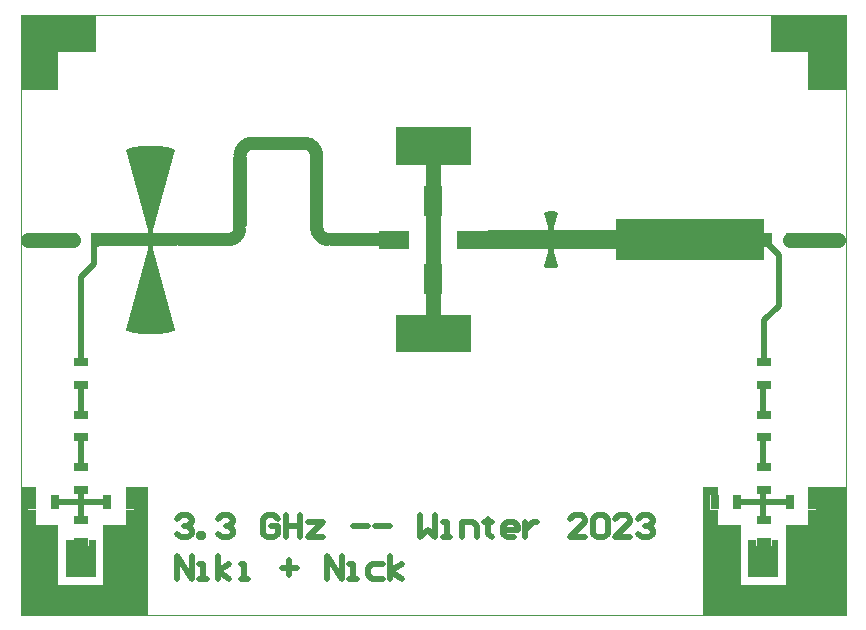
<source format=gbr>
G04*
G04 #@! TF.GenerationSoftware,Altium Limited,Altium Designer,22.3.1 (43)*
G04*
G04 Layer_Physical_Order=1*
G04 Layer_Color=255*
%FSLAX44Y44*%
%MOMM*%
G71*
G04*
G04 #@! TF.SameCoordinates,2F88F96E-28FF-4886-B69B-D62DDFC80D9E*
G04*
G04*
G04 #@! TF.FilePolarity,Positive*
G04*
G01*
G75*
%ADD10R,1.3000X0.7000*%
%ADD11R,1.5240X2.5400*%
%ADD12R,2.5400X1.5240*%
%ADD13R,0.7000X1.3000*%
%ADD14C,0.0254*%
%ADD15C,1.2700*%
%ADD16C,0.5080*%
G36*
X698363Y444500D02*
X666750D01*
Y476250D01*
X635000D01*
Y507863D01*
X698363D01*
Y444500D01*
D02*
G37*
G36*
X63500Y476250D02*
X31750D01*
Y444500D01*
X137D01*
Y507863D01*
X63500D01*
Y476250D01*
D02*
G37*
G36*
X241035Y404981D02*
X242267Y404819D01*
X242464Y404794D01*
X242465Y404794D01*
X242467Y404793D01*
X242470Y404793D01*
X242470Y404793D01*
X242470Y404793D01*
X243876Y404481D01*
X243879Y404480D01*
X243881Y404480D01*
X243881Y404480D01*
X245254Y404047D01*
X245255Y404047D01*
X245256Y404046D01*
X245259Y404045D01*
X245260Y404045D01*
X245260Y404045D01*
X246592Y403493D01*
X246593Y403492D01*
X246596Y403491D01*
X246596Y403491D01*
X247873Y402826D01*
X247875Y402826D01*
X247876Y402825D01*
X247877Y402824D01*
X247878Y402824D01*
X247878Y402824D01*
X249092Y402050D01*
X249093Y402049D01*
X249096Y402047D01*
X249097Y402047D01*
X249097Y402047D01*
X250239Y401170D01*
X250239Y401170D01*
X250243Y401167D01*
X250437Y400989D01*
X251307Y400191D01*
X251308Y400190D01*
X251308Y400191D01*
X251427Y400061D01*
X252282Y399127D01*
X252739Y398531D01*
X253164Y397978D01*
X253164Y397978D01*
X253164Y397977D01*
X253939Y396762D01*
X253939Y396760D01*
X253941Y396758D01*
X253941Y396758D01*
X254064Y396521D01*
X254608Y395477D01*
X254608Y395476D01*
X254608Y395476D01*
X254712Y395225D01*
X255161Y394141D01*
X255161D01*
X255214Y393973D01*
X255594Y392766D01*
X255765Y391993D01*
X255907Y391353D01*
X255962Y390937D01*
X256096Y389916D01*
Y389916D01*
X256096Y389916D01*
X256159Y388481D01*
X256159Y388478D01*
Y388478D01*
X256159Y388477D01*
X256159Y388477D01*
X256159Y328484D01*
X256159Y328483D01*
X256158Y328483D01*
X256159Y328480D01*
X256159Y328477D01*
X256226Y327709D01*
X256242Y327534D01*
X256310Y327280D01*
X256487Y326619D01*
X256887Y325761D01*
X257430Y324986D01*
X258100Y324316D01*
X258875Y323773D01*
X259734Y323373D01*
X260459Y323178D01*
X260648Y323128D01*
X261042Y323069D01*
X261659Y322977D01*
X261659Y321804D01*
X261659Y313178D01*
X261658Y313172D01*
X260395Y311963D01*
X260392Y311963D01*
X260146Y311973D01*
X260146Y311973D01*
X258718Y312161D01*
X258717Y312162D01*
X257561Y312418D01*
X257307Y312474D01*
X257304Y312474D01*
X257302Y312475D01*
X255927Y312909D01*
X255355Y313146D01*
X254587Y313464D01*
X254587Y313464D01*
X254350Y313587D01*
X253305Y314131D01*
X253305Y314131D01*
X252091Y314905D01*
X252088Y314907D01*
X252087Y314907D01*
X250944Y315784D01*
X250431Y316254D01*
X249875Y316765D01*
D01*
X248902Y317826D01*
X248900Y317828D01*
X248899Y317829D01*
X248023Y318971D01*
X248021Y318974D01*
X248019Y318976D01*
X248019Y318977D01*
X248019Y318977D01*
X247245Y320192D01*
X247243Y320194D01*
X247243Y320196D01*
X246578Y321473D01*
X246577Y321474D01*
X246577Y321475D01*
X246576Y321478D01*
X246024Y322809D01*
X246024Y322811D01*
X246022Y322815D01*
X245918Y323144D01*
X245588Y324192D01*
X245588D01*
X245276Y325599D01*
X245191Y326242D01*
X245088Y327033D01*
X245033Y328276D01*
X245024Y328476D01*
Y328477D01*
X245024Y328477D01*
Y387202D01*
X245025Y388471D01*
X245024Y388477D01*
X245024D01*
X245023Y388483D01*
X244941Y389421D01*
X244863Y389713D01*
X244696Y390335D01*
X244296Y391194D01*
X243753Y391969D01*
X243083Y392639D01*
X242308Y393182D01*
X241450Y393582D01*
X240535Y393827D01*
X239573Y393912D01*
X239550Y393923D01*
X239533Y393941D01*
X239524Y393965D01*
X239524Y393977D01*
Y393977D01*
X197872D01*
X196659Y395121D01*
D01*
X196604Y394033D01*
X195648Y393827D01*
X195648Y393827D01*
X195355Y393749D01*
X194734Y393582D01*
X193875Y393182D01*
X193100Y392639D01*
X192430Y391969D01*
X191887Y391194D01*
X191487Y390335D01*
X191321Y389717D01*
X191242Y389421D01*
X191242Y389421D01*
X191038Y388484D01*
X189896Y388545D01*
X191037Y388479D01*
X191159Y387355D01*
X191159Y387202D01*
X191159Y329641D01*
X191157Y329620D01*
X190567Y328844D01*
X189889Y328477D01*
X189758Y328477D01*
X190173D01*
X191051Y327560D01*
X191029Y327039D01*
X190841Y325612D01*
X190529Y324207D01*
X190096Y322834D01*
X189546Y321504D01*
X188881Y320227D01*
X188107Y319013D01*
X187231Y317871D01*
X186259Y316810D01*
X185198Y315838D01*
X184056Y314961D01*
X182841Y314188D01*
X181565Y313523D01*
X180235Y312973D01*
X178862Y312540D01*
X177457Y312228D01*
X176030Y312040D01*
X175509Y312017D01*
X174592Y312896D01*
Y322977D01*
X175547Y323061D01*
X176473Y323309D01*
X177341Y323714D01*
X178127Y324264D01*
X178805Y324942D01*
X179355Y325727D01*
X179760Y326596D01*
X180008Y327522D01*
X180091Y328477D01*
X181275D01*
X180091Y328483D01*
X180024Y329686D01*
Y387314D01*
X180162Y388545D01*
X181298D01*
X180081Y389781D01*
X180087Y389918D01*
X180087Y389922D01*
X180088Y389924D01*
X180088Y389924D01*
X180275Y391350D01*
X180276Y391355D01*
X180277Y391357D01*
X180277Y391357D01*
X180588Y392761D01*
X180589Y392766D01*
X180590Y392768D01*
X180590Y392768D01*
X181022Y394141D01*
X181024Y394144D01*
X181024Y394146D01*
X181024Y394146D01*
X181575Y395475D01*
X181576Y395478D01*
X181577Y395481D01*
X181578Y395482D01*
X182243Y396759D01*
X182243Y396760D01*
X182244Y396762D01*
X182245Y396763D01*
X182245Y396763D01*
X183019Y397978D01*
X183020Y397979D01*
X183022Y397982D01*
X183899Y399126D01*
X183902Y399128D01*
X183902Y399129D01*
Y399129D01*
X184874Y400190D01*
X184876Y400192D01*
X184877Y400193D01*
X184879Y400194D01*
Y400194D01*
X185940Y401166D01*
X185941Y401168D01*
X185944Y401170D01*
X187085Y402046D01*
X187088Y402048D01*
X187089Y402049D01*
X187091Y402050D01*
X188305Y402823D01*
X188307Y402825D01*
X188309Y402825D01*
X188310Y402826D01*
X188310Y402826D01*
X189588Y403492D01*
X189590Y403493D01*
X189592Y403494D01*
X189592Y403494D01*
X190922Y404044D01*
X190926Y404046D01*
X190928Y404046D01*
X190928Y404047D01*
X192300Y404479D01*
X192302Y404480D01*
X192304Y404480D01*
X192306Y404481D01*
X192306Y404481D01*
X193711Y404792D01*
X193713Y404793D01*
X193715Y404793D01*
X193717Y404793D01*
X193717Y404793D01*
X195144Y404981D01*
X195144Y404981D01*
X195146Y404981D01*
X195148Y404982D01*
X195150Y404982D01*
X196143Y404289D01*
X196659Y403783D01*
X196659Y403779D01*
Y403779D01*
X196660Y403790D01*
X196931Y404977D01*
X239261D01*
X239522Y403794D01*
X239524Y403777D01*
Y403777D01*
X239524Y403783D01*
X240788Y404992D01*
X240791Y404992D01*
X241035Y404981D01*
D02*
G37*
G36*
X381000Y381000D02*
X355600D01*
Y363220D01*
X342900D01*
Y381000D01*
X317500D01*
Y412750D01*
X381000D01*
Y381000D01*
D02*
G37*
G36*
X303530Y311941D02*
X261713D01*
X261688Y311951D01*
X261669Y311970D01*
X261659Y311995D01*
Y321810D01*
X261725Y322953D01*
X262888Y323075D01*
X262979Y323076D01*
X303530D01*
Y311941D01*
D02*
G37*
G36*
X174586Y322978D02*
X174592Y321796D01*
Y312896D01*
X173790Y311910D01*
X133873D01*
X132659Y313180D01*
Y322910D01*
X133841Y323045D01*
X173382D01*
X174586Y322978D01*
D02*
G37*
G36*
X116901Y396839D02*
X123907Y395917D01*
X129909Y394586D01*
X130568Y393500D01*
X112341Y325477D01*
Y321803D01*
X112409Y323045D01*
X131445D01*
X132659Y322910D01*
Y312045D01*
X131445Y311910D01*
X112409D01*
X112341Y313152D01*
Y309477D01*
X130568Y241455D01*
X129909Y240369D01*
X123907Y239038D01*
X116901Y238116D01*
X109841Y237808D01*
X102782Y238116D01*
X95776Y239038D01*
X89774Y240369D01*
X89115Y241455D01*
X107341Y309477D01*
Y311977D01*
X66340D01*
Y322977D01*
X107341D01*
Y325477D01*
X89115Y393500D01*
X89774Y394586D01*
X95776Y395917D01*
X102782Y396839D01*
X109841Y397147D01*
X116901Y396839D01*
D02*
G37*
G36*
X451030Y341686D02*
X453019Y341424D01*
X454082Y341188D01*
X454741Y340103D01*
X451525Y328103D01*
Y324429D01*
X451593Y325671D01*
X503526D01*
Y335103D01*
X629325D01*
Y324254D01*
X629112D01*
Y311254D01*
X629325D01*
Y300103D01*
X503526D01*
Y310716D01*
X503593Y310784D01*
X502345Y309536D01*
X451593D01*
X451525Y310778D01*
Y307103D01*
X454741Y295104D01*
X454082Y294018D01*
X453019Y293783D01*
X451030Y293521D01*
X449025Y293433D01*
X447021Y293521D01*
X445032Y293783D01*
X443969Y294018D01*
X443310Y295104D01*
X446525Y307103D01*
Y309603D01*
X396125D01*
X394970Y309880D01*
Y325120D01*
X396040Y325603D01*
X446525D01*
Y328103D01*
X443310Y340103D01*
X443969Y341188D01*
X445032Y341424D01*
X447021Y341686D01*
X449025Y341773D01*
X451030Y341686D01*
D02*
G37*
G36*
X355600Y297180D02*
X342900D01*
Y337820D01*
X355600D01*
Y297180D01*
D02*
G37*
G36*
Y254000D02*
X381000D01*
Y222250D01*
X317500D01*
Y254000D01*
X342900D01*
Y271780D01*
X355600D01*
Y254000D01*
D02*
G37*
G36*
X641350Y31750D02*
X615950D01*
Y63500D01*
X622658D01*
Y58120D01*
X635658D01*
Y63500D01*
X641350D01*
Y31750D01*
D02*
G37*
G36*
X63500D02*
X38100D01*
Y63500D01*
X44808D01*
Y58120D01*
X57808D01*
Y63500D01*
X63500D01*
Y31750D01*
D02*
G37*
G36*
X698363Y137D02*
X577850D01*
Y107950D01*
X590550D01*
Y101750D01*
X583900D01*
Y88750D01*
X590550D01*
Y76200D01*
X609600D01*
Y25400D01*
X647700D01*
Y76200D01*
X666750D01*
Y88750D01*
X673400D01*
Y101750D01*
X666750D01*
Y107950D01*
X698363D01*
Y137D01*
D02*
G37*
G36*
X107950D02*
X137D01*
Y107950D01*
X12700D01*
Y101750D01*
X6050D01*
Y88750D01*
X12700D01*
Y76200D01*
X31750D01*
Y25400D01*
X69850D01*
Y76200D01*
X88900D01*
Y88750D01*
X95550D01*
Y101750D01*
X88900D01*
Y107950D01*
X107950D01*
Y137D01*
D02*
G37*
D10*
X629158Y80620D02*
D03*
Y61620D02*
D03*
Y125070D02*
D03*
Y106070D02*
D03*
Y169520D02*
D03*
Y150520D02*
D03*
Y213970D02*
D03*
Y194970D02*
D03*
X51308Y80620D02*
D03*
Y61620D02*
D03*
Y125070D02*
D03*
Y106070D02*
D03*
Y169520D02*
D03*
Y150520D02*
D03*
Y213970D02*
D03*
Y194970D02*
D03*
D11*
X349250Y350520D02*
D03*
Y284480D02*
D03*
D12*
X382270Y317500D02*
D03*
X316230D02*
D03*
D13*
X651612Y317754D02*
D03*
X632612D02*
D03*
X669900Y95250D02*
D03*
X650900D02*
D03*
X606400D02*
D03*
X587400D02*
D03*
X28550D02*
D03*
X9550D02*
D03*
X92050D02*
D03*
X73050D02*
D03*
X62840Y317246D02*
D03*
X43840D02*
D03*
D14*
X0Y0D02*
X698500D01*
X0Y508000D02*
X698500D01*
Y0D02*
Y508000D01*
X0Y0D02*
Y508000D01*
Y317246D02*
Y508000D01*
D15*
X685800Y317500D02*
X692023D01*
X685546Y317754D02*
X685800Y317500D01*
X651612Y317754D02*
X685546D01*
X6477Y317246D02*
X43840D01*
D16*
X628650Y81788D02*
Y95250D01*
X606400D02*
X627863D01*
X628650D02*
Y106541D01*
Y95250D02*
X650900D01*
X628650Y126492D02*
Y150991D01*
Y171704D02*
Y195441D01*
X629412Y214884D02*
Y249682D01*
X641604Y261874D01*
Y305054D01*
X633572Y313086D02*
X641604Y305054D01*
X633572Y313086D02*
Y316794D01*
X632612Y317754D02*
X633572Y316794D01*
X50800Y95250D02*
X73050D01*
X28550D02*
X50800D01*
Y82550D02*
Y106541D01*
Y127000D02*
Y150991D01*
Y171450D02*
Y195441D01*
Y215900D02*
Y285750D01*
X61976Y296926D01*
Y317500D01*
X132080Y81395D02*
X135254Y84569D01*
X141602D01*
X144776Y81395D01*
Y78221D01*
X141602Y75047D01*
X138428D01*
X141602D01*
X144776Y71873D01*
Y68699D01*
X141602Y65525D01*
X135254D01*
X132080Y68699D01*
X151124Y65525D02*
Y68699D01*
X154298D01*
Y65525D01*
X151124D01*
X166994Y81395D02*
X170168Y84569D01*
X176516D01*
X179690Y81395D01*
Y78221D01*
X176516Y75047D01*
X173342D01*
X176516D01*
X179690Y71873D01*
Y68699D01*
X176516Y65525D01*
X170168D01*
X166994Y68699D01*
X217777Y81395D02*
X214603Y84569D01*
X208255D01*
X205081Y81395D01*
Y68699D01*
X208255Y65525D01*
X214603D01*
X217777Y68699D01*
Y75047D01*
X211429D01*
X224125Y84569D02*
Y65525D01*
Y75047D01*
X236821D01*
Y84569D01*
Y65525D01*
X243169Y78221D02*
X255865D01*
X243169Y65525D01*
X255865D01*
X281257Y75047D02*
X293953D01*
X300301D02*
X312997D01*
X338388Y84569D02*
Y65525D01*
X344736Y71873D01*
X351084Y65525D01*
Y84569D01*
X357432Y65525D02*
X363780D01*
X360606D01*
Y78221D01*
X357432D01*
X373302Y65525D02*
Y78221D01*
X382824D01*
X385998Y75047D01*
Y65525D01*
X395520Y81395D02*
Y78221D01*
X392346D01*
X398694D01*
X395520D01*
Y68699D01*
X398694Y65525D01*
X417738D02*
X411390D01*
X408216Y68699D01*
Y75047D01*
X411390Y78221D01*
X417738D01*
X420912Y75047D01*
Y71873D01*
X408216D01*
X427260Y78221D02*
Y65525D01*
Y71873D01*
X430434Y75047D01*
X433608Y78221D01*
X436782D01*
X478043Y65525D02*
X465347D01*
X478043Y78221D01*
Y81395D01*
X474869Y84569D01*
X468521D01*
X465347Y81395D01*
X484391D02*
X487565Y84569D01*
X493913D01*
X497087Y81395D01*
Y68699D01*
X493913Y65525D01*
X487565D01*
X484391Y68699D01*
Y81395D01*
X516131Y65525D02*
X503435D01*
X516131Y78221D01*
Y81395D01*
X512957Y84569D01*
X506609D01*
X503435Y81395D01*
X522479D02*
X525653Y84569D01*
X532001D01*
X535175Y81395D01*
Y78221D01*
X532001Y75047D01*
X528827D01*
X532001D01*
X535175Y71873D01*
Y68699D01*
X532001Y65525D01*
X525653D01*
X522479Y68699D01*
X132080Y30480D02*
Y49524D01*
X144776Y30480D01*
Y49524D01*
X151124Y30480D02*
X157472D01*
X154298D01*
Y43176D01*
X151124D01*
X166994Y30480D02*
Y49524D01*
Y36828D02*
X176516Y43176D01*
X166994Y36828D02*
X176516Y30480D01*
X186038D02*
X192386D01*
X189212D01*
Y43176D01*
X186038D01*
X220951Y40002D02*
X233647D01*
X227299Y46350D02*
Y33654D01*
X259039Y30480D02*
Y49524D01*
X271735Y30480D01*
Y49524D01*
X278083Y30480D02*
X284431D01*
X281257D01*
Y43176D01*
X278083D01*
X306649D02*
X297127D01*
X293953Y40002D01*
Y33654D01*
X297127Y30480D01*
X306649D01*
X312997D02*
Y49524D01*
Y36828D02*
X322519Y43176D01*
X312997Y36828D02*
X322519Y30480D01*
M02*

</source>
